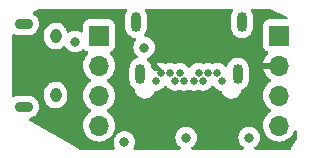
<source format=gbr>
%TF.GenerationSoftware,KiCad,Pcbnew,(6.0.0)*%
%TF.CreationDate,2022-07-25T11:20:30-04:00*%
%TF.ProjectId,dual_model_u,6475616c-5f6d-46f6-9465-6c5f752e6b69,rev?*%
%TF.SameCoordinates,Original*%
%TF.FileFunction,Copper,L2,Inr*%
%TF.FilePolarity,Positive*%
%FSLAX46Y46*%
G04 Gerber Fmt 4.6, Leading zero omitted, Abs format (unit mm)*
G04 Created by KiCad (PCBNEW (6.0.0)) date 2022-07-25 11:20:30*
%MOMM*%
%LPD*%
G01*
G04 APERTURE LIST*
%TA.AperFunction,ComponentPad*%
%ADD10C,0.640000*%
%TD*%
%TA.AperFunction,ComponentPad*%
%ADD11O,0.850000X1.700000*%
%TD*%
%TA.AperFunction,ComponentPad*%
%ADD12O,0.950000X1.250000*%
%TD*%
%TA.AperFunction,ComponentPad*%
%ADD13O,1.550000X0.890000*%
%TD*%
%TA.AperFunction,ComponentPad*%
%ADD14R,1.700000X1.700000*%
%TD*%
%TA.AperFunction,ComponentPad*%
%ADD15O,1.700000X1.700000*%
%TD*%
%TA.AperFunction,ViaPad*%
%ADD16C,0.800000*%
%TD*%
G04 APERTURE END LIST*
D10*
%TO.N,GND*%
%TO.C,J1*%
X157220245Y-110522847D03*
%TO.N,+3V3*%
X157620245Y-109822847D03*
%TO.N,TX-*%
X158420245Y-109822847D03*
%TO.N,VBUS*%
X158820245Y-110522847D03*
%TO.N,Net-(J1-PadB5)*%
X159220245Y-109822847D03*
%TO.N,D+*%
X159620245Y-110522847D03*
%TO.N,D-*%
X160420245Y-110522847D03*
%TO.N,unconnected-(J1-PadB8)*%
X160820245Y-109822847D03*
%TO.N,VBUS*%
X161220245Y-110522847D03*
%TO.N,RX-*%
X161620245Y-109822847D03*
%TO.N,DATA*%
X162420245Y-109822847D03*
%TO.N,GND*%
X162820245Y-110522847D03*
D11*
X155900245Y-109932847D03*
X164140245Y-109932847D03*
X155540245Y-105532847D03*
X164510245Y-105532847D03*
%TD*%
D12*
%TO.N,GND*%
%TO.C,J2*%
X148720000Y-106720000D03*
X148720000Y-111720000D03*
D13*
X146020000Y-112720000D03*
X146020000Y-105720000D03*
%TD*%
D14*
%TO.N,DATA*%
%TO.C,J4*%
X152400000Y-106680000D03*
D15*
%TO.N,RX-*%
X152400000Y-109220000D03*
%TO.N,D-*%
X152400000Y-111760000D03*
%TO.N,D+*%
X152400000Y-114300000D03*
%TD*%
D14*
%TO.N,GND*%
%TO.C,J3*%
X167640000Y-106680000D03*
D15*
%TO.N,+3V3*%
X167640000Y-109220000D03*
%TO.N,TX-*%
X167640000Y-111760000D03*
%TO.N,VBUS*%
X167640000Y-114300000D03*
%TD*%
D16*
%TO.N,GND*%
X165100000Y-115316000D03*
X159766000Y-115316000D03*
%TO.N,VBUS*%
X150368000Y-107188000D03*
%TO.N,+3V3*%
X162814000Y-113284000D03*
%TO.N,RX-*%
X156210000Y-107696000D03*
%TO.N,Net-(J1-PadB5)*%
X154533600Y-115697000D03*
%TD*%
%TA.AperFunction,Conductor*%
%TO.N,+3V3*%
G36*
X154724355Y-104414002D02*
G01*
X154770848Y-104467658D01*
X154780952Y-104537932D01*
X154765353Y-104583000D01*
X154693185Y-104707999D01*
X154682753Y-104726067D01*
X154680711Y-104732352D01*
X154632443Y-104880907D01*
X154622115Y-104912692D01*
X154606745Y-105058925D01*
X154606745Y-106006769D01*
X154622115Y-106153002D01*
X154682753Y-106339627D01*
X154780868Y-106509567D01*
X154785286Y-106514474D01*
X154785287Y-106514475D01*
X154892208Y-106633223D01*
X154912171Y-106655394D01*
X154917513Y-106659275D01*
X154917515Y-106659277D01*
X155059431Y-106762385D01*
X155070924Y-106770735D01*
X155076952Y-106773419D01*
X155076954Y-106773420D01*
X155203790Y-106829891D01*
X155250189Y-106850549D01*
X155372534Y-106876554D01*
X155435674Y-106889975D01*
X155435676Y-106889975D01*
X155442130Y-106891347D01*
X155444694Y-106891347D01*
X155508966Y-106917789D01*
X155549597Y-106976009D01*
X155552302Y-107046954D01*
X155523779Y-107100395D01*
X155470960Y-107159056D01*
X155375473Y-107324444D01*
X155316458Y-107506072D01*
X155315768Y-107512633D01*
X155315768Y-107512635D01*
X155301571Y-107647715D01*
X155296496Y-107696000D01*
X155297186Y-107702565D01*
X155314863Y-107870749D01*
X155316458Y-107885928D01*
X155375473Y-108067556D01*
X155470960Y-108232944D01*
X155475378Y-108237851D01*
X155475379Y-108237852D01*
X155594325Y-108369955D01*
X155598747Y-108374866D01*
X155631592Y-108398729D01*
X155674946Y-108454951D01*
X155681022Y-108525687D01*
X155647890Y-108588479D01*
X155608780Y-108615772D01*
X155436954Y-108692274D01*
X155436952Y-108692275D01*
X155430924Y-108694959D01*
X155425583Y-108698839D01*
X155425582Y-108698840D01*
X155311836Y-108781482D01*
X155272171Y-108810300D01*
X155140868Y-108956127D01*
X155098413Y-109029662D01*
X155068818Y-109080922D01*
X155042753Y-109126067D01*
X155040711Y-109132352D01*
X154991685Y-109283240D01*
X154982115Y-109312692D01*
X154966745Y-109458925D01*
X154966745Y-110406769D01*
X154982115Y-110553002D01*
X154984155Y-110559280D01*
X154984155Y-110559281D01*
X155005378Y-110624598D01*
X155042753Y-110739627D01*
X155046056Y-110745349D01*
X155046057Y-110745350D01*
X155056277Y-110763051D01*
X155140868Y-110909567D01*
X155145286Y-110914474D01*
X155145287Y-110914475D01*
X155232552Y-111011393D01*
X155272171Y-111055394D01*
X155277513Y-111059275D01*
X155277515Y-111059277D01*
X155374026Y-111129396D01*
X155417380Y-111185618D01*
X155425792Y-111224738D01*
X155430203Y-111308904D01*
X155432014Y-111315477D01*
X155432014Y-111315480D01*
X155465890Y-111438466D01*
X155479015Y-111486117D01*
X155564743Y-111648714D01*
X155569148Y-111653927D01*
X155569151Y-111653931D01*
X155623925Y-111718747D01*
X155683386Y-111789109D01*
X155688810Y-111793256D01*
X155688811Y-111793257D01*
X155823989Y-111896609D01*
X155823993Y-111896612D01*
X155829410Y-111900753D01*
X155996000Y-111978435D01*
X156067794Y-111994483D01*
X156170342Y-112017406D01*
X156170348Y-112017407D01*
X156175386Y-112018533D01*
X156181003Y-112018847D01*
X156316169Y-112018847D01*
X156452982Y-112003984D01*
X156558416Y-111968502D01*
X156620729Y-111947532D01*
X156620732Y-111947531D01*
X156627194Y-111945356D01*
X156784752Y-111850685D01*
X156918306Y-111724390D01*
X157021624Y-111572362D01*
X157078343Y-111430553D01*
X157122212Y-111374734D01*
X157195332Y-111351347D01*
X157307324Y-111351347D01*
X157313777Y-111349975D01*
X157313781Y-111349975D01*
X157392500Y-111333243D01*
X157477676Y-111315138D01*
X157506401Y-111302349D01*
X157630747Y-111246987D01*
X157630749Y-111246986D01*
X157636777Y-111244302D01*
X157646951Y-111236910D01*
X157772330Y-111145817D01*
X157772332Y-111145815D01*
X157777674Y-111141934D01*
X157894208Y-111012510D01*
X157911126Y-110983207D01*
X157962508Y-110934214D01*
X158032222Y-110920778D01*
X158098133Y-110947164D01*
X158129364Y-110983207D01*
X158146282Y-111012510D01*
X158262816Y-111141934D01*
X158268158Y-111145815D01*
X158268160Y-111145817D01*
X158393539Y-111236910D01*
X158403713Y-111244302D01*
X158409741Y-111246986D01*
X158409743Y-111246987D01*
X158534089Y-111302349D01*
X158562814Y-111315138D01*
X158647990Y-111333243D01*
X158726709Y-111349975D01*
X158726713Y-111349975D01*
X158733166Y-111351347D01*
X158907324Y-111351347D01*
X158913777Y-111349975D01*
X158913781Y-111349975D01*
X158992500Y-111333243D01*
X159077676Y-111315138D01*
X159091678Y-111308904D01*
X159168996Y-111274480D01*
X159239363Y-111265046D01*
X159271494Y-111274480D01*
X159348812Y-111308904D01*
X159362814Y-111315138D01*
X159447990Y-111333243D01*
X159526709Y-111349975D01*
X159526713Y-111349975D01*
X159533166Y-111351347D01*
X159707324Y-111351347D01*
X159713777Y-111349975D01*
X159713781Y-111349975D01*
X159792500Y-111333243D01*
X159877676Y-111315138D01*
X159891678Y-111308904D01*
X159968996Y-111274480D01*
X160039363Y-111265046D01*
X160071494Y-111274480D01*
X160148812Y-111308904D01*
X160162814Y-111315138D01*
X160247990Y-111333243D01*
X160326709Y-111349975D01*
X160326713Y-111349975D01*
X160333166Y-111351347D01*
X160507324Y-111351347D01*
X160513777Y-111349975D01*
X160513781Y-111349975D01*
X160592500Y-111333243D01*
X160677676Y-111315138D01*
X160691678Y-111308904D01*
X160768996Y-111274480D01*
X160839363Y-111265046D01*
X160871494Y-111274480D01*
X160948812Y-111308904D01*
X160962814Y-111315138D01*
X161047990Y-111333243D01*
X161126709Y-111349975D01*
X161126713Y-111349975D01*
X161133166Y-111351347D01*
X161307324Y-111351347D01*
X161313777Y-111349975D01*
X161313781Y-111349975D01*
X161392500Y-111333243D01*
X161477676Y-111315138D01*
X161506401Y-111302349D01*
X161630747Y-111246987D01*
X161630749Y-111246986D01*
X161636777Y-111244302D01*
X161646951Y-111236910D01*
X161772330Y-111145817D01*
X161772332Y-111145815D01*
X161777674Y-111141934D01*
X161894208Y-111012510D01*
X161911126Y-110983207D01*
X161962508Y-110934214D01*
X162032222Y-110920778D01*
X162098133Y-110947164D01*
X162129364Y-110983207D01*
X162146282Y-111012510D01*
X162262816Y-111141934D01*
X162268158Y-111145815D01*
X162268160Y-111145817D01*
X162393539Y-111236910D01*
X162403713Y-111244302D01*
X162409741Y-111246986D01*
X162409743Y-111246987D01*
X162534089Y-111302349D01*
X162562814Y-111315138D01*
X162569269Y-111316510D01*
X162569272Y-111316511D01*
X162668384Y-111337577D01*
X162720611Y-111348678D01*
X162783084Y-111382406D01*
X162815890Y-111438466D01*
X162825924Y-111474894D01*
X162829015Y-111486117D01*
X162832195Y-111492148D01*
X162832196Y-111492151D01*
X162845238Y-111516887D01*
X162914743Y-111648714D01*
X162919148Y-111653927D01*
X162919151Y-111653931D01*
X162973925Y-111718747D01*
X163033386Y-111789109D01*
X163038810Y-111793256D01*
X163038811Y-111793257D01*
X163173989Y-111896609D01*
X163173993Y-111896612D01*
X163179410Y-111900753D01*
X163346000Y-111978435D01*
X163417794Y-111994483D01*
X163520342Y-112017406D01*
X163520348Y-112017407D01*
X163525386Y-112018533D01*
X163531003Y-112018847D01*
X163666169Y-112018847D01*
X163802982Y-112003984D01*
X163908416Y-111968502D01*
X163970729Y-111947532D01*
X163970732Y-111947531D01*
X163977194Y-111945356D01*
X164134752Y-111850685D01*
X164268306Y-111724390D01*
X164371624Y-111572362D01*
X164374156Y-111566031D01*
X164374158Y-111566028D01*
X164437349Y-111408038D01*
X164439886Y-111401695D01*
X164443881Y-111377566D01*
X164453294Y-111320702D01*
X164456580Y-111300849D01*
X164487439Y-111236910D01*
X164529639Y-111206321D01*
X164603536Y-111173420D01*
X164603538Y-111173419D01*
X164609566Y-111170735D01*
X164655967Y-111137023D01*
X164762975Y-111059277D01*
X164762977Y-111059275D01*
X164768319Y-111055394D01*
X164807938Y-111011393D01*
X164895203Y-110914475D01*
X164895204Y-110914474D01*
X164899622Y-110909567D01*
X164984213Y-110763051D01*
X164994433Y-110745350D01*
X164994434Y-110745349D01*
X164997737Y-110739627D01*
X165035112Y-110624598D01*
X165056335Y-110559281D01*
X165056335Y-110559280D01*
X165058375Y-110553002D01*
X165073745Y-110406769D01*
X165073745Y-109458925D01*
X165058375Y-109312692D01*
X165048806Y-109283240D01*
X164999779Y-109132352D01*
X164997737Y-109126067D01*
X164971673Y-109080922D01*
X164942077Y-109029662D01*
X164899622Y-108956127D01*
X164768319Y-108810300D01*
X164728655Y-108781482D01*
X164614908Y-108698840D01*
X164614907Y-108698839D01*
X164609566Y-108694959D01*
X164603538Y-108692275D01*
X164603536Y-108692274D01*
X164436332Y-108617830D01*
X164436331Y-108617830D01*
X164430301Y-108615145D01*
X164334331Y-108594746D01*
X164244817Y-108575719D01*
X164244813Y-108575719D01*
X164238360Y-108574347D01*
X164042130Y-108574347D01*
X164035677Y-108575719D01*
X164035673Y-108575719D01*
X163946159Y-108594746D01*
X163850189Y-108615145D01*
X163844159Y-108617830D01*
X163844158Y-108617830D01*
X163676954Y-108692274D01*
X163676952Y-108692275D01*
X163670924Y-108694959D01*
X163665583Y-108698839D01*
X163665582Y-108698840D01*
X163551836Y-108781482D01*
X163512171Y-108810300D01*
X163380868Y-108956127D01*
X163338413Y-109029662D01*
X163308818Y-109080922D01*
X163282753Y-109126067D01*
X163280711Y-109132352D01*
X163250744Y-109224580D01*
X163210670Y-109283186D01*
X163145274Y-109310823D01*
X163075317Y-109298716D01*
X163037275Y-109269954D01*
X162982096Y-109208671D01*
X162982095Y-109208670D01*
X162977674Y-109203760D01*
X162954187Y-109186695D01*
X162842119Y-109105273D01*
X162842118Y-109105272D01*
X162836777Y-109101392D01*
X162830749Y-109098708D01*
X162830747Y-109098707D01*
X162683707Y-109033241D01*
X162683706Y-109033241D01*
X162677676Y-109030556D01*
X162592500Y-109012451D01*
X162513781Y-108995719D01*
X162513777Y-108995719D01*
X162507324Y-108994347D01*
X162333166Y-108994347D01*
X162326713Y-108995719D01*
X162326709Y-108995719D01*
X162247990Y-109012451D01*
X162162814Y-109030556D01*
X162156785Y-109033241D01*
X162156783Y-109033241D01*
X162071494Y-109071214D01*
X162001127Y-109080648D01*
X161968996Y-109071214D01*
X161883707Y-109033241D01*
X161883705Y-109033241D01*
X161877676Y-109030556D01*
X161792500Y-109012451D01*
X161713781Y-108995719D01*
X161713777Y-108995719D01*
X161707324Y-108994347D01*
X161533166Y-108994347D01*
X161526713Y-108995719D01*
X161526709Y-108995719D01*
X161447990Y-109012451D01*
X161362814Y-109030556D01*
X161356785Y-109033241D01*
X161356783Y-109033241D01*
X161271494Y-109071214D01*
X161201127Y-109080648D01*
X161168996Y-109071214D01*
X161083707Y-109033241D01*
X161083705Y-109033241D01*
X161077676Y-109030556D01*
X160992500Y-109012451D01*
X160913781Y-108995719D01*
X160913777Y-108995719D01*
X160907324Y-108994347D01*
X160733166Y-108994347D01*
X160726713Y-108995719D01*
X160726709Y-108995719D01*
X160647990Y-109012451D01*
X160562814Y-109030556D01*
X160556784Y-109033241D01*
X160556783Y-109033241D01*
X160409743Y-109098707D01*
X160409741Y-109098708D01*
X160403713Y-109101392D01*
X160398372Y-109105272D01*
X160398371Y-109105273D01*
X160286304Y-109186695D01*
X160262816Y-109203760D01*
X160258395Y-109208670D01*
X160258394Y-109208671D01*
X160203215Y-109269954D01*
X160146282Y-109333184D01*
X160142981Y-109338902D01*
X160129364Y-109362487D01*
X160077982Y-109411480D01*
X160008268Y-109424916D01*
X159942357Y-109398530D01*
X159911126Y-109362487D01*
X159897509Y-109338902D01*
X159894208Y-109333184D01*
X159837276Y-109269954D01*
X159782096Y-109208671D01*
X159782095Y-109208670D01*
X159777674Y-109203760D01*
X159754187Y-109186695D01*
X159642119Y-109105273D01*
X159642118Y-109105272D01*
X159636777Y-109101392D01*
X159630749Y-109098708D01*
X159630747Y-109098707D01*
X159483707Y-109033241D01*
X159483706Y-109033241D01*
X159477676Y-109030556D01*
X159392500Y-109012451D01*
X159313781Y-108995719D01*
X159313777Y-108995719D01*
X159307324Y-108994347D01*
X159133166Y-108994347D01*
X159126713Y-108995719D01*
X159126709Y-108995719D01*
X159047990Y-109012451D01*
X158962814Y-109030556D01*
X158956785Y-109033241D01*
X158956783Y-109033241D01*
X158871494Y-109071214D01*
X158801127Y-109080648D01*
X158768996Y-109071214D01*
X158683707Y-109033241D01*
X158683705Y-109033241D01*
X158677676Y-109030556D01*
X158592500Y-109012451D01*
X158513781Y-108995719D01*
X158513777Y-108995719D01*
X158507324Y-108994347D01*
X158333166Y-108994347D01*
X158326713Y-108995719D01*
X158326709Y-108995719D01*
X158197067Y-109023275D01*
X158162814Y-109030556D01*
X158070878Y-109071488D01*
X158000513Y-109080922D01*
X157968383Y-109071488D01*
X157883550Y-109033718D01*
X157871067Y-109029662D01*
X157713729Y-108996220D01*
X157700668Y-108994847D01*
X157539822Y-108994847D01*
X157526761Y-108996220D01*
X157369423Y-109029662D01*
X157356944Y-109033717D01*
X157258204Y-109077679D01*
X157247460Y-109086811D01*
X157249057Y-109092449D01*
X157600047Y-109443439D01*
X157634073Y-109505751D01*
X157630785Y-109571470D01*
X157607601Y-109642823D01*
X157567527Y-109701428D01*
X157502130Y-109729065D01*
X157461572Y-109727133D01*
X157419710Y-109718235D01*
X157313781Y-109695719D01*
X157313777Y-109695719D01*
X157307324Y-109694347D01*
X157184725Y-109694347D01*
X157116604Y-109674345D01*
X157095630Y-109657442D01*
X156895438Y-109457250D01*
X156887816Y-109453088D01*
X156837614Y-109402886D01*
X156822892Y-109355670D01*
X156819065Y-109319257D01*
X156819065Y-109319256D01*
X156818375Y-109312692D01*
X156808806Y-109283240D01*
X156759779Y-109132352D01*
X156757737Y-109126067D01*
X156731673Y-109080922D01*
X156702077Y-109029662D01*
X156659622Y-108956127D01*
X156528319Y-108810300D01*
X156481670Y-108776407D01*
X156438316Y-108720187D01*
X156432240Y-108649450D01*
X156465372Y-108586658D01*
X156504482Y-108559365D01*
X156660722Y-108489803D01*
X156660724Y-108489802D01*
X156666752Y-108487118D01*
X156821253Y-108374866D01*
X156825675Y-108369955D01*
X156944621Y-108237852D01*
X156944622Y-108237851D01*
X156949040Y-108232944D01*
X157044527Y-108067556D01*
X157103542Y-107885928D01*
X157105138Y-107870749D01*
X157122814Y-107702565D01*
X157123504Y-107696000D01*
X157118429Y-107647715D01*
X157104232Y-107512635D01*
X157104232Y-107512633D01*
X157103542Y-107506072D01*
X157044527Y-107324444D01*
X156949040Y-107159056D01*
X156821253Y-107017134D01*
X156684517Y-106917789D01*
X156672094Y-106908763D01*
X156672093Y-106908762D01*
X156666752Y-106904882D01*
X156660724Y-106902198D01*
X156660722Y-106902197D01*
X156498319Y-106829891D01*
X156498318Y-106829891D01*
X156492288Y-106827206D01*
X156305487Y-106787500D01*
X156306034Y-106784927D01*
X156251228Y-106762385D01*
X156210593Y-106704168D01*
X156207883Y-106633223D01*
X156236410Y-106579771D01*
X156295203Y-106514475D01*
X156295204Y-106514474D01*
X156299622Y-106509567D01*
X156397737Y-106339627D01*
X156458375Y-106153002D01*
X156473745Y-106006769D01*
X156473745Y-105058925D01*
X156458375Y-104912692D01*
X156448048Y-104880907D01*
X156399779Y-104732352D01*
X156397737Y-104726067D01*
X156387306Y-104707999D01*
X156315137Y-104583000D01*
X156298399Y-104514005D01*
X156321619Y-104446913D01*
X156377426Y-104403026D01*
X156424256Y-104394000D01*
X163626234Y-104394000D01*
X163694355Y-104414002D01*
X163740848Y-104467658D01*
X163750952Y-104537932D01*
X163735353Y-104583000D01*
X163663185Y-104707999D01*
X163652753Y-104726067D01*
X163650711Y-104732352D01*
X163602443Y-104880907D01*
X163592115Y-104912692D01*
X163576745Y-105058925D01*
X163576745Y-106006769D01*
X163592115Y-106153002D01*
X163652753Y-106339627D01*
X163750868Y-106509567D01*
X163755286Y-106514474D01*
X163755287Y-106514475D01*
X163862208Y-106633223D01*
X163882171Y-106655394D01*
X163887513Y-106659275D01*
X163887515Y-106659277D01*
X164029431Y-106762385D01*
X164040924Y-106770735D01*
X164046952Y-106773419D01*
X164046954Y-106773420D01*
X164173790Y-106829891D01*
X164220189Y-106850549D01*
X164316160Y-106870948D01*
X164405673Y-106889975D01*
X164405677Y-106889975D01*
X164412130Y-106891347D01*
X164608360Y-106891347D01*
X164614813Y-106889975D01*
X164614817Y-106889975D01*
X164704330Y-106870948D01*
X164800301Y-106850549D01*
X164846700Y-106829891D01*
X164973536Y-106773420D01*
X164973538Y-106773419D01*
X164979566Y-106770735D01*
X164991059Y-106762385D01*
X165132975Y-106659277D01*
X165132977Y-106659275D01*
X165138319Y-106655394D01*
X165158282Y-106633223D01*
X165265203Y-106514475D01*
X165265204Y-106514474D01*
X165269622Y-106509567D01*
X165367737Y-106339627D01*
X165428375Y-106153002D01*
X165443745Y-106006769D01*
X165443745Y-105058925D01*
X165428375Y-104912692D01*
X165418048Y-104880907D01*
X165369779Y-104732352D01*
X165367737Y-104726067D01*
X165357306Y-104707999D01*
X165285137Y-104583000D01*
X165268399Y-104514005D01*
X165291619Y-104446913D01*
X165347426Y-104403026D01*
X165394256Y-104394000D01*
X166740671Y-104394000D01*
X166792810Y-104405294D01*
X166884372Y-104446913D01*
X168278909Y-105080794D01*
X168332647Y-105127192D01*
X168352770Y-105195277D01*
X168332888Y-105263433D01*
X168279315Y-105310021D01*
X168226770Y-105321500D01*
X166741866Y-105321500D01*
X166679684Y-105328255D01*
X166543295Y-105379385D01*
X166426739Y-105466739D01*
X166339385Y-105583295D01*
X166288255Y-105719684D01*
X166281500Y-105781866D01*
X166281500Y-107578134D01*
X166288255Y-107640316D01*
X166339385Y-107776705D01*
X166426739Y-107893261D01*
X166543295Y-107980615D01*
X166551704Y-107983767D01*
X166551705Y-107983768D01*
X166660960Y-108024726D01*
X166717725Y-108067367D01*
X166742425Y-108133929D01*
X166727218Y-108203278D01*
X166707825Y-108229759D01*
X166584590Y-108358717D01*
X166578104Y-108366727D01*
X166458098Y-108542649D01*
X166453000Y-108551623D01*
X166363338Y-108744783D01*
X166359775Y-108754470D01*
X166304389Y-108954183D01*
X166305912Y-108962607D01*
X166318292Y-108966000D01*
X167768000Y-108966000D01*
X167836121Y-108986002D01*
X167882614Y-109039658D01*
X167894000Y-109092000D01*
X167894000Y-109348000D01*
X167873998Y-109416121D01*
X167820342Y-109462614D01*
X167768000Y-109474000D01*
X166323225Y-109474000D01*
X166309694Y-109477973D01*
X166308257Y-109487966D01*
X166338565Y-109622446D01*
X166341645Y-109632275D01*
X166421770Y-109829603D01*
X166426413Y-109838794D01*
X166537694Y-110020388D01*
X166543777Y-110028699D01*
X166683213Y-110189667D01*
X166690580Y-110196883D01*
X166854434Y-110332916D01*
X166862881Y-110338831D01*
X166931969Y-110379203D01*
X166980693Y-110430842D01*
X166993764Y-110500625D01*
X166967033Y-110566396D01*
X166926584Y-110599752D01*
X166913607Y-110606507D01*
X166909474Y-110609610D01*
X166909471Y-110609612D01*
X166739100Y-110737530D01*
X166734965Y-110740635D01*
X166580629Y-110902138D01*
X166454743Y-111086680D01*
X166439003Y-111120590D01*
X166367570Y-111274480D01*
X166360688Y-111289305D01*
X166300989Y-111504570D01*
X166277251Y-111726695D01*
X166277548Y-111731848D01*
X166277548Y-111731851D01*
X166282879Y-111824302D01*
X166290110Y-111949715D01*
X166291247Y-111954761D01*
X166291248Y-111954767D01*
X166305619Y-112018533D01*
X166339222Y-112167639D01*
X166376498Y-112259440D01*
X166416322Y-112357514D01*
X166423266Y-112374616D01*
X166462745Y-112439040D01*
X166506675Y-112510727D01*
X166539987Y-112565088D01*
X166686250Y-112733938D01*
X166822356Y-112846935D01*
X166853518Y-112872806D01*
X166858126Y-112876632D01*
X166928595Y-112917811D01*
X166931445Y-112919476D01*
X166980169Y-112971114D01*
X166993240Y-113040897D01*
X166966509Y-113106669D01*
X166926055Y-113140027D01*
X166913607Y-113146507D01*
X166909474Y-113149610D01*
X166909471Y-113149612D01*
X166798498Y-113232933D01*
X166734965Y-113280635D01*
X166731393Y-113284373D01*
X166594097Y-113428045D01*
X166580629Y-113442138D01*
X166454743Y-113626680D01*
X166413122Y-113716345D01*
X166394798Y-113755822D01*
X166360688Y-113829305D01*
X166300989Y-114044570D01*
X166277251Y-114266695D01*
X166277548Y-114271848D01*
X166277548Y-114271851D01*
X166285449Y-114408872D01*
X166290110Y-114489715D01*
X166291247Y-114494761D01*
X166291248Y-114494767D01*
X166297430Y-114522197D01*
X166339222Y-114707639D01*
X166377461Y-114801811D01*
X166419720Y-114905882D01*
X166423266Y-114914616D01*
X166539987Y-115105088D01*
X166686250Y-115273938D01*
X166858126Y-115416632D01*
X167051000Y-115529338D01*
X167259692Y-115609030D01*
X167264760Y-115610061D01*
X167264763Y-115610062D01*
X167372017Y-115631883D01*
X167478597Y-115653567D01*
X167483772Y-115653757D01*
X167483774Y-115653757D01*
X167696673Y-115661564D01*
X167696677Y-115661564D01*
X167701837Y-115661753D01*
X167706957Y-115661097D01*
X167706959Y-115661097D01*
X167918288Y-115634025D01*
X167918289Y-115634025D01*
X167923416Y-115633368D01*
X167928366Y-115631883D01*
X168132429Y-115570661D01*
X168132434Y-115570659D01*
X168137384Y-115569174D01*
X168337994Y-115470896D01*
X168519860Y-115341173D01*
X168678096Y-115183489D01*
X168690826Y-115165774D01*
X168805435Y-115006277D01*
X168808453Y-115002077D01*
X168839766Y-114938721D01*
X168905136Y-114806453D01*
X168905137Y-114806451D01*
X168907430Y-114801811D01*
X168917442Y-114768858D01*
X168956383Y-114709494D01*
X169021237Y-114680607D01*
X169091413Y-114691369D01*
X169144631Y-114738362D01*
X169164000Y-114805487D01*
X169164000Y-115394393D01*
X169146045Y-115459218D01*
X168686875Y-116224500D01*
X168659079Y-116270827D01*
X168606880Y-116318949D01*
X168551035Y-116332000D01*
X165635016Y-116332000D01*
X165566895Y-116311998D01*
X165520402Y-116258342D01*
X165510298Y-116188068D01*
X165539792Y-116123488D01*
X165560955Y-116104064D01*
X165705909Y-115998749D01*
X165705911Y-115998747D01*
X165711253Y-115994866D01*
X165839040Y-115852944D01*
X165927389Y-115699920D01*
X165931223Y-115693279D01*
X165931224Y-115693278D01*
X165934527Y-115687556D01*
X165993542Y-115505928D01*
X166013504Y-115316000D01*
X165993542Y-115126072D01*
X165934527Y-114944444D01*
X165919849Y-114919020D01*
X165866625Y-114826834D01*
X165839040Y-114779056D01*
X165760087Y-114691369D01*
X165715675Y-114642045D01*
X165715674Y-114642044D01*
X165711253Y-114637134D01*
X165556752Y-114524882D01*
X165550724Y-114522198D01*
X165550722Y-114522197D01*
X165388319Y-114449891D01*
X165388318Y-114449891D01*
X165382288Y-114447206D01*
X165288887Y-114427353D01*
X165201944Y-114408872D01*
X165201939Y-114408872D01*
X165195487Y-114407500D01*
X165004513Y-114407500D01*
X164998061Y-114408872D01*
X164998056Y-114408872D01*
X164911113Y-114427353D01*
X164817712Y-114447206D01*
X164811682Y-114449891D01*
X164811681Y-114449891D01*
X164649278Y-114522197D01*
X164649276Y-114522198D01*
X164643248Y-114524882D01*
X164488747Y-114637134D01*
X164484326Y-114642044D01*
X164484325Y-114642045D01*
X164439914Y-114691369D01*
X164360960Y-114779056D01*
X164333375Y-114826834D01*
X164280152Y-114919020D01*
X164265473Y-114944444D01*
X164206458Y-115126072D01*
X164186496Y-115316000D01*
X164206458Y-115505928D01*
X164265473Y-115687556D01*
X164268776Y-115693278D01*
X164268777Y-115693279D01*
X164272611Y-115699920D01*
X164360960Y-115852944D01*
X164488747Y-115994866D01*
X164494089Y-115998747D01*
X164494091Y-115998749D01*
X164639045Y-116104064D01*
X164682399Y-116160286D01*
X164688474Y-116231022D01*
X164655343Y-116293814D01*
X164593523Y-116328726D01*
X164564984Y-116332000D01*
X160301016Y-116332000D01*
X160232895Y-116311998D01*
X160186402Y-116258342D01*
X160176298Y-116188068D01*
X160205792Y-116123488D01*
X160226955Y-116104064D01*
X160371909Y-115998749D01*
X160371911Y-115998747D01*
X160377253Y-115994866D01*
X160505040Y-115852944D01*
X160593389Y-115699920D01*
X160597223Y-115693279D01*
X160597224Y-115693278D01*
X160600527Y-115687556D01*
X160659542Y-115505928D01*
X160679504Y-115316000D01*
X160659542Y-115126072D01*
X160600527Y-114944444D01*
X160585849Y-114919020D01*
X160532625Y-114826834D01*
X160505040Y-114779056D01*
X160426087Y-114691369D01*
X160381675Y-114642045D01*
X160381674Y-114642044D01*
X160377253Y-114637134D01*
X160222752Y-114524882D01*
X160216724Y-114522198D01*
X160216722Y-114522197D01*
X160054319Y-114449891D01*
X160054318Y-114449891D01*
X160048288Y-114447206D01*
X159954887Y-114427353D01*
X159867944Y-114408872D01*
X159867939Y-114408872D01*
X159861487Y-114407500D01*
X159670513Y-114407500D01*
X159664061Y-114408872D01*
X159664056Y-114408872D01*
X159577113Y-114427353D01*
X159483712Y-114447206D01*
X159477682Y-114449891D01*
X159477681Y-114449891D01*
X159315278Y-114522197D01*
X159315276Y-114522198D01*
X159309248Y-114524882D01*
X159154747Y-114637134D01*
X159150326Y-114642044D01*
X159150325Y-114642045D01*
X159105914Y-114691369D01*
X159026960Y-114779056D01*
X158999375Y-114826834D01*
X158946152Y-114919020D01*
X158931473Y-114944444D01*
X158872458Y-115126072D01*
X158852496Y-115316000D01*
X158872458Y-115505928D01*
X158931473Y-115687556D01*
X158934776Y-115693278D01*
X158934777Y-115693279D01*
X158938611Y-115699920D01*
X159026960Y-115852944D01*
X159154747Y-115994866D01*
X159160089Y-115998747D01*
X159160091Y-115998749D01*
X159305045Y-116104064D01*
X159348399Y-116160286D01*
X159354474Y-116231022D01*
X159321343Y-116293814D01*
X159259523Y-116328726D01*
X159230984Y-116332000D01*
X155434266Y-116332000D01*
X155366145Y-116311998D01*
X155319652Y-116258342D01*
X155309548Y-116188068D01*
X155325147Y-116143000D01*
X155364823Y-116074279D01*
X155364824Y-116074278D01*
X155368127Y-116068556D01*
X155427142Y-115886928D01*
X155436270Y-115800085D01*
X155446414Y-115703565D01*
X155447104Y-115697000D01*
X155443380Y-115661564D01*
X155427832Y-115513635D01*
X155427832Y-115513633D01*
X155427142Y-115507072D01*
X155368127Y-115325444D01*
X155362675Y-115316000D01*
X155275941Y-115165774D01*
X155272640Y-115160056D01*
X155144853Y-115018134D01*
X155008435Y-114919020D01*
X154995694Y-114909763D01*
X154995693Y-114909762D01*
X154990352Y-114905882D01*
X154984324Y-114903198D01*
X154984322Y-114903197D01*
X154821919Y-114830891D01*
X154821918Y-114830891D01*
X154815888Y-114828206D01*
X154709004Y-114805487D01*
X154635544Y-114789872D01*
X154635539Y-114789872D01*
X154629087Y-114788500D01*
X154438113Y-114788500D01*
X154431661Y-114789872D01*
X154431656Y-114789872D01*
X154358196Y-114805487D01*
X154251312Y-114828206D01*
X154245282Y-114830891D01*
X154245281Y-114830891D01*
X154082878Y-114903197D01*
X154082876Y-114903198D01*
X154076848Y-114905882D01*
X154071507Y-114909762D01*
X154071506Y-114909763D01*
X154058765Y-114919020D01*
X153922347Y-115018134D01*
X153794560Y-115160056D01*
X153791259Y-115165774D01*
X153704526Y-115316000D01*
X153699073Y-115325444D01*
X153640058Y-115507072D01*
X153639368Y-115513633D01*
X153639368Y-115513635D01*
X153623820Y-115661564D01*
X153620096Y-115697000D01*
X153620786Y-115703565D01*
X153630931Y-115800085D01*
X153640058Y-115886928D01*
X153699073Y-116068556D01*
X153702376Y-116074278D01*
X153702377Y-116074279D01*
X153742053Y-116143000D01*
X153758791Y-116211996D01*
X153735570Y-116279087D01*
X153679763Y-116322974D01*
X153632934Y-116332000D01*
X150793402Y-116332000D01*
X150729914Y-116314836D01*
X149692423Y-115709633D01*
X146551101Y-113877196D01*
X146502338Y-113825595D01*
X146489214Y-113755822D01*
X146515896Y-113690029D01*
X146576909Y-113648126D01*
X146727561Y-113600915D01*
X146896982Y-113507003D01*
X146940844Y-113469409D01*
X147039207Y-113385102D01*
X147039209Y-113385100D01*
X147044059Y-113380943D01*
X147162784Y-113227884D01*
X147248307Y-113054077D01*
X147249914Y-113047907D01*
X147249916Y-113047902D01*
X147295525Y-112872806D01*
X147295525Y-112872803D01*
X147297135Y-112866624D01*
X147307273Y-112673182D01*
X147278307Y-112481651D01*
X147272651Y-112466277D01*
X147237164Y-112369829D01*
X147211419Y-112299858D01*
X147208061Y-112294442D01*
X147208059Y-112294438D01*
X147112707Y-112140650D01*
X147112704Y-112140646D01*
X147109344Y-112135227D01*
X147022072Y-112042939D01*
X146980638Y-111999124D01*
X146980637Y-111999123D01*
X146976249Y-111994483D01*
X146869782Y-111919934D01*
X147736500Y-111919934D01*
X147736823Y-111923113D01*
X147746510Y-112018478D01*
X147751619Y-112068780D01*
X147811369Y-112259440D01*
X147908235Y-112434191D01*
X147912391Y-112439040D01*
X148020427Y-112565088D01*
X148038261Y-112585896D01*
X148043298Y-112589803D01*
X148043300Y-112589805D01*
X148191093Y-112704445D01*
X148191096Y-112704447D01*
X148196137Y-112708357D01*
X148201863Y-112711175D01*
X148201867Y-112711177D01*
X148369682Y-112793752D01*
X148375411Y-112796571D01*
X148464906Y-112819883D01*
X148562580Y-112845325D01*
X148562583Y-112845325D01*
X148568762Y-112846935D01*
X148662256Y-112851835D01*
X148761911Y-112857058D01*
X148761915Y-112857058D01*
X148768292Y-112857392D01*
X148965848Y-112827514D01*
X149047346Y-112797529D01*
X149147371Y-112760727D01*
X149147372Y-112760727D01*
X149153361Y-112758523D01*
X149323172Y-112653235D01*
X149329621Y-112647137D01*
X149463710Y-112520335D01*
X149468344Y-112515953D01*
X149582946Y-112352284D01*
X149662298Y-112168914D01*
X149703156Y-111973334D01*
X149703500Y-111966771D01*
X149703500Y-111520066D01*
X149697595Y-111461929D01*
X149689026Y-111377566D01*
X149689025Y-111377562D01*
X149688381Y-111371220D01*
X149628631Y-111180560D01*
X149619852Y-111164721D01*
X149534860Y-111011393D01*
X149531765Y-111005809D01*
X149465313Y-110928277D01*
X149405891Y-110858948D01*
X149405890Y-110858947D01*
X149401739Y-110854104D01*
X149396700Y-110850195D01*
X149248907Y-110735555D01*
X149248904Y-110735553D01*
X149243863Y-110731643D01*
X149238137Y-110728825D01*
X149238133Y-110728823D01*
X149070318Y-110646248D01*
X149064589Y-110643429D01*
X148945797Y-110612486D01*
X148877420Y-110594675D01*
X148877417Y-110594675D01*
X148871238Y-110593065D01*
X148777744Y-110588165D01*
X148678089Y-110582942D01*
X148678085Y-110582942D01*
X148671708Y-110582608D01*
X148474152Y-110612486D01*
X148468165Y-110614689D01*
X148468164Y-110614689D01*
X148394424Y-110641820D01*
X148286639Y-110681477D01*
X148191228Y-110740635D01*
X148155075Y-110763051D01*
X148116828Y-110786765D01*
X147971656Y-110924047D01*
X147857054Y-111087716D01*
X147777702Y-111271086D01*
X147736844Y-111466666D01*
X147736500Y-111473229D01*
X147736500Y-111919934D01*
X146869782Y-111919934D01*
X146817573Y-111883377D01*
X146639796Y-111806446D01*
X146556810Y-111789109D01*
X146454927Y-111767824D01*
X146454923Y-111767824D01*
X146450182Y-111766833D01*
X146443828Y-111766500D01*
X145641592Y-111766500D01*
X145595839Y-111771147D01*
X145503632Y-111780513D01*
X145503630Y-111780513D01*
X145497284Y-111781158D01*
X145312439Y-111839085D01*
X145306850Y-111842183D01*
X145221086Y-111889723D01*
X145151809Y-111905254D01*
X145085133Y-111880867D01*
X145042226Y-111824302D01*
X145034000Y-111779521D01*
X145034000Y-106919934D01*
X147736500Y-106919934D01*
X147736823Y-106923113D01*
X147745979Y-107013251D01*
X147751619Y-107068780D01*
X147811369Y-107259440D01*
X147908235Y-107434191D01*
X147912391Y-107439040D01*
X148028680Y-107574717D01*
X148038261Y-107585896D01*
X148043298Y-107589803D01*
X148043300Y-107589805D01*
X148191093Y-107704445D01*
X148191096Y-107704447D01*
X148196137Y-107708357D01*
X148201863Y-107711175D01*
X148201867Y-107711177D01*
X148335038Y-107776705D01*
X148375411Y-107796571D01*
X148464906Y-107819883D01*
X148562580Y-107845325D01*
X148562583Y-107845325D01*
X148568762Y-107846935D01*
X148662256Y-107851835D01*
X148761911Y-107857058D01*
X148761915Y-107857058D01*
X148768292Y-107857392D01*
X148965848Y-107827514D01*
X149084413Y-107783891D01*
X149147371Y-107760727D01*
X149147372Y-107760727D01*
X149153361Y-107758523D01*
X149323172Y-107653235D01*
X149327806Y-107648853D01*
X149327811Y-107648849D01*
X149378268Y-107601134D01*
X149441506Y-107568862D01*
X149512152Y-107575902D01*
X149567778Y-107620019D01*
X149573960Y-107629682D01*
X149625658Y-107719226D01*
X149625661Y-107719231D01*
X149628960Y-107724944D01*
X149633378Y-107729851D01*
X149633379Y-107729852D01*
X149748450Y-107857651D01*
X149756747Y-107866866D01*
X149911248Y-107979118D01*
X149917276Y-107981802D01*
X149917278Y-107981803D01*
X150079681Y-108054109D01*
X150085712Y-108056794D01*
X150179113Y-108076647D01*
X150266056Y-108095128D01*
X150266061Y-108095128D01*
X150272513Y-108096500D01*
X150463487Y-108096500D01*
X150469939Y-108095128D01*
X150469944Y-108095128D01*
X150556887Y-108076647D01*
X150650288Y-108056794D01*
X150656319Y-108054109D01*
X150818722Y-107981803D01*
X150818724Y-107981802D01*
X150824752Y-107979118D01*
X150830105Y-107975229D01*
X150973909Y-107870749D01*
X150973911Y-107870747D01*
X150979253Y-107866866D01*
X150983675Y-107861955D01*
X150988455Y-107857651D01*
X151052463Y-107826933D01*
X151122916Y-107835696D01*
X151173592Y-107875719D01*
X151186739Y-107893261D01*
X151303295Y-107980615D01*
X151311704Y-107983767D01*
X151311705Y-107983768D01*
X151420451Y-108024535D01*
X151477216Y-108067176D01*
X151501916Y-108133738D01*
X151486709Y-108203087D01*
X151467316Y-108229568D01*
X151340629Y-108362138D01*
X151337715Y-108366410D01*
X151337714Y-108366411D01*
X151329299Y-108378747D01*
X151214743Y-108546680D01*
X151167715Y-108647993D01*
X151137373Y-108713361D01*
X151120688Y-108749305D01*
X151060989Y-108964570D01*
X151037251Y-109186695D01*
X151037548Y-109191848D01*
X151037548Y-109191851D01*
X151043011Y-109286590D01*
X151050110Y-109409715D01*
X151051247Y-109414761D01*
X151051248Y-109414767D01*
X151062031Y-109462614D01*
X151099222Y-109627639D01*
X151183266Y-109834616D01*
X151299987Y-110025088D01*
X151446250Y-110193938D01*
X151618126Y-110336632D01*
X151688595Y-110377811D01*
X151691445Y-110379476D01*
X151740169Y-110431114D01*
X151753240Y-110500897D01*
X151726509Y-110566669D01*
X151686055Y-110600027D01*
X151673607Y-110606507D01*
X151669474Y-110609610D01*
X151669471Y-110609612D01*
X151499100Y-110737530D01*
X151494965Y-110740635D01*
X151340629Y-110902138D01*
X151214743Y-111086680D01*
X151199003Y-111120590D01*
X151127570Y-111274480D01*
X151120688Y-111289305D01*
X151060989Y-111504570D01*
X151037251Y-111726695D01*
X151037548Y-111731848D01*
X151037548Y-111731851D01*
X151042879Y-111824302D01*
X151050110Y-111949715D01*
X151051247Y-111954761D01*
X151051248Y-111954767D01*
X151065619Y-112018533D01*
X151099222Y-112167639D01*
X151136498Y-112259440D01*
X151176322Y-112357514D01*
X151183266Y-112374616D01*
X151222745Y-112439040D01*
X151266675Y-112510727D01*
X151299987Y-112565088D01*
X151446250Y-112733938D01*
X151582356Y-112846935D01*
X151613518Y-112872806D01*
X151618126Y-112876632D01*
X151688595Y-112917811D01*
X151691445Y-112919476D01*
X151740169Y-112971114D01*
X151753240Y-113040897D01*
X151726509Y-113106669D01*
X151686055Y-113140027D01*
X151673607Y-113146507D01*
X151669474Y-113149610D01*
X151669471Y-113149612D01*
X151558498Y-113232933D01*
X151494965Y-113280635D01*
X151491393Y-113284373D01*
X151354097Y-113428045D01*
X151340629Y-113442138D01*
X151214743Y-113626680D01*
X151173122Y-113716345D01*
X151154798Y-113755822D01*
X151120688Y-113829305D01*
X151060989Y-114044570D01*
X151037251Y-114266695D01*
X151037548Y-114271848D01*
X151037548Y-114271851D01*
X151045449Y-114408872D01*
X151050110Y-114489715D01*
X151051247Y-114494761D01*
X151051248Y-114494767D01*
X151057430Y-114522197D01*
X151099222Y-114707639D01*
X151137461Y-114801811D01*
X151179720Y-114905882D01*
X151183266Y-114914616D01*
X151299987Y-115105088D01*
X151446250Y-115273938D01*
X151618126Y-115416632D01*
X151811000Y-115529338D01*
X152019692Y-115609030D01*
X152024760Y-115610061D01*
X152024763Y-115610062D01*
X152132017Y-115631883D01*
X152238597Y-115653567D01*
X152243772Y-115653757D01*
X152243774Y-115653757D01*
X152456673Y-115661564D01*
X152456677Y-115661564D01*
X152461837Y-115661753D01*
X152466957Y-115661097D01*
X152466959Y-115661097D01*
X152678288Y-115634025D01*
X152678289Y-115634025D01*
X152683416Y-115633368D01*
X152688366Y-115631883D01*
X152892429Y-115570661D01*
X152892434Y-115570659D01*
X152897384Y-115569174D01*
X153097994Y-115470896D01*
X153279860Y-115341173D01*
X153438096Y-115183489D01*
X153450826Y-115165774D01*
X153565435Y-115006277D01*
X153568453Y-115002077D01*
X153599766Y-114938721D01*
X153665136Y-114806453D01*
X153665137Y-114806451D01*
X153667430Y-114801811D01*
X153732370Y-114588069D01*
X153761529Y-114366590D01*
X153763156Y-114300000D01*
X153744852Y-114077361D01*
X153690431Y-113860702D01*
X153601354Y-113655840D01*
X153505067Y-113507003D01*
X153482822Y-113472617D01*
X153482820Y-113472614D01*
X153480014Y-113468277D01*
X153329670Y-113303051D01*
X153325619Y-113299852D01*
X153325615Y-113299848D01*
X153158414Y-113167800D01*
X153158410Y-113167798D01*
X153154359Y-113164598D01*
X153113053Y-113141796D01*
X153063084Y-113091364D01*
X153048312Y-113021921D01*
X153073428Y-112955516D01*
X153100780Y-112928909D01*
X153144603Y-112897650D01*
X153279860Y-112801173D01*
X153438096Y-112643489D01*
X153497594Y-112560689D01*
X153565435Y-112466277D01*
X153568453Y-112462077D01*
X153625612Y-112346425D01*
X153665136Y-112266453D01*
X153665137Y-112266451D01*
X153667430Y-112261811D01*
X153724228Y-112074867D01*
X153730865Y-112053023D01*
X153730865Y-112053021D01*
X153732370Y-112048069D01*
X153761529Y-111826590D01*
X153762053Y-111805141D01*
X153763074Y-111763365D01*
X153763074Y-111763361D01*
X153763156Y-111760000D01*
X153744852Y-111537361D01*
X153690431Y-111320702D01*
X153601354Y-111115840D01*
X153480014Y-110928277D01*
X153329670Y-110763051D01*
X153325619Y-110759852D01*
X153325615Y-110759848D01*
X153158414Y-110627800D01*
X153158410Y-110627798D01*
X153154359Y-110624598D01*
X153113053Y-110601796D01*
X153063084Y-110551364D01*
X153048312Y-110481921D01*
X153073428Y-110415516D01*
X153100780Y-110388909D01*
X153144603Y-110357650D01*
X153279860Y-110261173D01*
X153438096Y-110103489D01*
X153497594Y-110020689D01*
X153565435Y-109926277D01*
X153568453Y-109922077D01*
X153667430Y-109721811D01*
X153701508Y-109609649D01*
X153730865Y-109513023D01*
X153730865Y-109513021D01*
X153732370Y-109508069D01*
X153761529Y-109286590D01*
X153761612Y-109283186D01*
X153763074Y-109223365D01*
X153763074Y-109223361D01*
X153763156Y-109220000D01*
X153744852Y-108997361D01*
X153690431Y-108780702D01*
X153601354Y-108575840D01*
X153541446Y-108483237D01*
X153482822Y-108392617D01*
X153482820Y-108392614D01*
X153480014Y-108388277D01*
X153476532Y-108384450D01*
X153332798Y-108226488D01*
X153301746Y-108162642D01*
X153310141Y-108092143D01*
X153355317Y-108037375D01*
X153381761Y-108023706D01*
X153488297Y-107983767D01*
X153496705Y-107980615D01*
X153613261Y-107893261D01*
X153700615Y-107776705D01*
X153751745Y-107640316D01*
X153758500Y-107578134D01*
X153758500Y-105781866D01*
X153751745Y-105719684D01*
X153700615Y-105583295D01*
X153613261Y-105466739D01*
X153496705Y-105379385D01*
X153360316Y-105328255D01*
X153298134Y-105321500D01*
X151501866Y-105321500D01*
X151439684Y-105328255D01*
X151303295Y-105379385D01*
X151186739Y-105466739D01*
X151099385Y-105583295D01*
X151048255Y-105719684D01*
X151041500Y-105781866D01*
X151041500Y-106307070D01*
X151021498Y-106375191D01*
X150967842Y-106421684D01*
X150897568Y-106431788D01*
X150841441Y-106409007D01*
X150824752Y-106396882D01*
X150818724Y-106394198D01*
X150818722Y-106394197D01*
X150656319Y-106321891D01*
X150656318Y-106321891D01*
X150650288Y-106319206D01*
X150556888Y-106299353D01*
X150469944Y-106280872D01*
X150469939Y-106280872D01*
X150463487Y-106279500D01*
X150272513Y-106279500D01*
X150266061Y-106280872D01*
X150266056Y-106280872D01*
X150179112Y-106299353D01*
X150085712Y-106319206D01*
X150079682Y-106321891D01*
X150079681Y-106321891D01*
X149917278Y-106394197D01*
X149917276Y-106394198D01*
X149911248Y-106396882D01*
X149878122Y-106420950D01*
X149811256Y-106444807D01*
X149742104Y-106428727D01*
X149692624Y-106377814D01*
X149683828Y-106356692D01*
X149630541Y-106186654D01*
X149630540Y-106186652D01*
X149628631Y-106180560D01*
X149613356Y-106153002D01*
X149558520Y-106054077D01*
X149531765Y-106005809D01*
X149457931Y-105919665D01*
X149405891Y-105858948D01*
X149405890Y-105858947D01*
X149401739Y-105854104D01*
X149396700Y-105850195D01*
X149248907Y-105735555D01*
X149248904Y-105735553D01*
X149243863Y-105731643D01*
X149238137Y-105728825D01*
X149238133Y-105728823D01*
X149070318Y-105646248D01*
X149064589Y-105643429D01*
X148945797Y-105612486D01*
X148877420Y-105594675D01*
X148877417Y-105594675D01*
X148871238Y-105593065D01*
X148777744Y-105588165D01*
X148678089Y-105582942D01*
X148678085Y-105582942D01*
X148671708Y-105582608D01*
X148474152Y-105612486D01*
X148286639Y-105681477D01*
X148116828Y-105786765D01*
X147971656Y-105924047D01*
X147857054Y-106087716D01*
X147777702Y-106271086D01*
X147736844Y-106466666D01*
X147736500Y-106473229D01*
X147736500Y-106919934D01*
X145034000Y-106919934D01*
X145034000Y-106665338D01*
X145054002Y-106597217D01*
X145107658Y-106550724D01*
X145177932Y-106540620D01*
X145219803Y-106554786D01*
X145222427Y-106556623D01*
X145400204Y-106633554D01*
X145406452Y-106634859D01*
X145406451Y-106634859D01*
X145585073Y-106672176D01*
X145585077Y-106672176D01*
X145589818Y-106673167D01*
X145596172Y-106673500D01*
X146398408Y-106673500D01*
X146444161Y-106668853D01*
X146536368Y-106659487D01*
X146536370Y-106659487D01*
X146542716Y-106658842D01*
X146727561Y-106600915D01*
X146896982Y-106507003D01*
X146938333Y-106471561D01*
X147039207Y-106385102D01*
X147039209Y-106385100D01*
X147044059Y-106380943D01*
X147091947Y-106319206D01*
X147158868Y-106232933D01*
X147158870Y-106232930D01*
X147162784Y-106227884D01*
X147248307Y-106054077D01*
X147249914Y-106047907D01*
X147249916Y-106047902D01*
X147295525Y-105872806D01*
X147295525Y-105872803D01*
X147297135Y-105866624D01*
X147306662Y-105684840D01*
X147306939Y-105679563D01*
X147306939Y-105679559D01*
X147307273Y-105673182D01*
X147278307Y-105481651D01*
X147272821Y-105466739D01*
X147221553Y-105327402D01*
X147211419Y-105299858D01*
X147208061Y-105294442D01*
X147208059Y-105294438D01*
X147112707Y-105140650D01*
X147112704Y-105140646D01*
X147109344Y-105135227D01*
X147037189Y-105058925D01*
X146980638Y-104999124D01*
X146980637Y-104999123D01*
X146976249Y-104994483D01*
X146817573Y-104883377D01*
X146818892Y-104881493D01*
X146776476Y-104838226D01*
X146762075Y-104768705D01*
X146787545Y-104702434D01*
X146835519Y-104664236D01*
X147313629Y-104446913D01*
X147405191Y-104405294D01*
X147457330Y-104394000D01*
X154656234Y-104394000D01*
X154724355Y-104414002D01*
G37*
%TD.AperFunction*%
%TD*%
M02*

</source>
